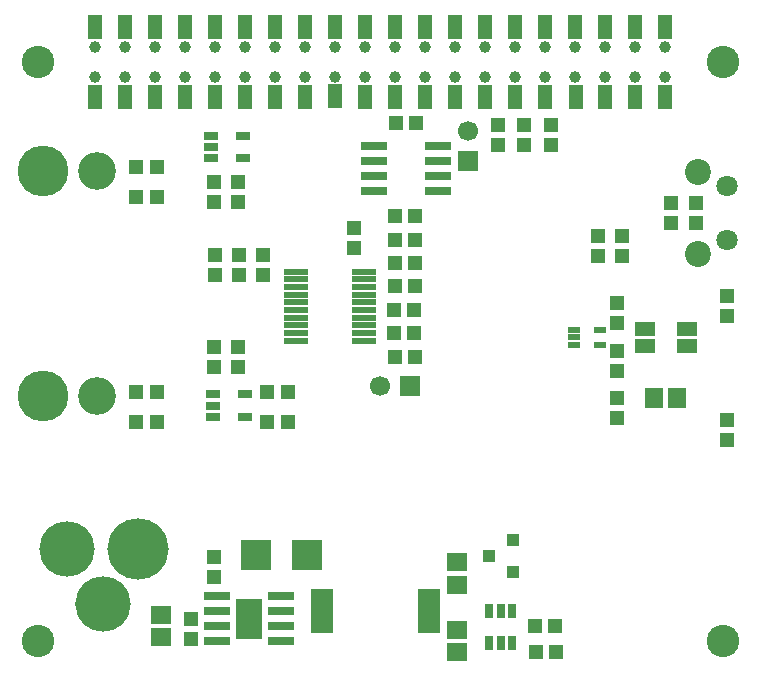
<source format=gbr>
G04 DipTrace 2.4.0.2*
%INTopMask.gbr*%
%MOIN*%
%ADD16C,0.0394*%
%ADD25R,0.0433X0.0394*%
%ADD46R,0.0433X0.0236*%
%ADD47R,0.0787X0.0236*%
%ADD57C,0.1083*%
%ADD67C,0.126*%
%ADD69C,0.2047*%
%ADD71C,0.185*%
%ADD72C,0.1693*%
%ADD75R,0.0315X0.0512*%
%ADD77R,0.0906X0.1339*%
%ADD79R,0.0866X0.0315*%
%ADD80R,0.0512X0.0315*%
%ADD82C,0.0866*%
%ADD83C,0.0709*%
%ADD86R,0.0748X0.1496*%
%ADD88O,0.185X0.0945*%
%ADD90O,0.0945X0.2047*%
%ADD92O,0.0945X0.185*%
%ADD94C,0.0669*%
%ADD96R,0.0669X0.0669*%
%ADD98R,0.048X0.0787*%
%ADD100O,0.126X0.0748*%
%ADD102O,0.0866X0.1693*%
%ADD104R,0.0669X0.0472*%
%ADD105R,0.0591X0.0669*%
%ADD107R,0.1024X0.1024*%
%ADD109R,0.0669X0.0591*%
%ADD111R,0.0472X0.0512*%
%ADD113R,0.0512X0.0472*%
%FSLAX44Y44*%
G04*
G70*
G90*
G75*
G01*
%LNTopMask*%
%LPD*%
D113*
X8610Y20105D3*
X9280D3*
X8610Y12618D3*
X9280D3*
D111*
X12000Y15113D3*
Y14443D3*
X11187Y15113D3*
Y14443D3*
X11215Y18173D3*
Y17504D3*
X12028Y18173D3*
Y17504D3*
X12840Y18173D3*
Y17504D3*
D113*
X17226Y18676D3*
X17896D3*
X17226Y19466D3*
X17895D3*
X17896Y17902D3*
X17226D3*
X12977Y12620D3*
X13647D3*
X12977Y13622D3*
X13647D3*
D111*
X11186Y20611D3*
Y19941D3*
X11999Y20611D3*
Y19941D3*
D113*
X17919Y22558D3*
X17250D3*
D109*
X9437Y6179D3*
Y5431D3*
X19312Y5687D3*
Y4939D3*
Y7187D3*
Y7935D3*
D111*
X11187Y7437D3*
Y8106D3*
X28312Y12687D3*
Y12018D3*
Y16125D3*
Y16794D3*
D107*
X14312Y8187D3*
X12580D3*
D105*
X25870Y13417D3*
X26618D3*
D104*
X26957Y15701D3*
X25579D3*
Y15150D3*
X26957D3*
D57*
X5315Y24606D3*
Y5313D3*
X28150Y24606D3*
Y5315D3*
D102*
X5511Y20980D3*
D100*
X7283D3*
D102*
X5511Y13479D3*
D100*
X7283D3*
D98*
X26232Y25758D3*
X25232D3*
X24232D3*
X23232D3*
X22232D3*
X21232D3*
X20232D3*
X19232D3*
X18232D3*
X17232D3*
X16232D3*
X15232D3*
X14232D3*
X13232D3*
X12232D3*
X11232D3*
X10232D3*
X9232D3*
X8232D3*
X7232D3*
Y23455D3*
X8232D3*
X9232D3*
X10232D3*
X11232D3*
X12232D3*
X13232D3*
X14232D3*
X15232Y23484D3*
X16232Y23455D3*
X17232D3*
X18232D3*
X19232D3*
X20232D3*
X21232D3*
X22232D3*
X23262D3*
X24232D3*
X25232D3*
X26232D3*
D16*
X7232Y24106D3*
X8232D3*
X9232D3*
X10232D3*
X11232D3*
X12232D3*
X13232D3*
X14232D3*
X15232D3*
X16232D3*
X17232D3*
X18232D3*
X19232D3*
X20232D3*
X21232D3*
X22232D3*
X23232D3*
X24232D3*
X25232D3*
X26232D3*
X23232Y25106D3*
X24232D3*
X25232D3*
X26232D3*
X7232D3*
X8232D3*
X9232D3*
X10232D3*
X11232D3*
X12232D3*
X13232D3*
X14232D3*
X15232D3*
X16232D3*
X17232D3*
X18232D3*
X19232D3*
X20232D3*
X21232D3*
X22232D3*
D96*
X19667Y21321D3*
D94*
Y22321D3*
D96*
X17722Y13806D3*
D94*
X16722D3*
D92*
X6312Y8375D3*
D90*
X8674D3*
D88*
X7493Y6524D3*
D86*
X14812Y6312D3*
X18355D3*
D25*
X20375Y8125D3*
X21162Y7593D3*
Y8656D3*
D113*
X8610Y21105D3*
X9280D3*
X8610Y13618D3*
X9280D3*
D111*
X20667Y21842D3*
Y22511D3*
X21542Y21842D3*
Y22511D3*
X22417Y21842D3*
Y22511D3*
D113*
X17894Y17123D3*
X17225D3*
X17219Y14779D3*
X17888D3*
D111*
X10437Y5375D3*
Y6044D3*
D113*
X22606Y4937D3*
X21937D3*
X22562Y5812D3*
X21893D3*
D111*
X27250Y19906D3*
Y19236D3*
X24625Y12750D3*
Y13419D3*
X26437Y19234D3*
Y19903D3*
D113*
X17875Y16344D3*
X17205D3*
X17875Y15563D3*
X17205D3*
D111*
X15875Y19062D3*
Y18393D3*
X24625Y16562D3*
Y15893D3*
Y14312D3*
Y14981D3*
X24812Y18125D3*
Y18794D3*
X24000Y18812D3*
Y18143D3*
D83*
X28312Y18688D3*
Y20457D3*
D82*
X27332Y20950D3*
X27328Y18190D3*
D47*
X13919Y17615D3*
Y17359D3*
Y17103D3*
Y16847D3*
Y16592D3*
Y16336D3*
Y16080D3*
Y15824D3*
Y15568D3*
Y15312D3*
X16203D3*
Y15568D3*
Y15824D3*
Y16080D3*
Y16336D3*
Y16592D3*
Y16847D3*
Y17103D3*
Y17359D3*
Y17615D3*
D80*
X11092Y22150D3*
Y21776D3*
Y21402D3*
X12155D3*
Y22150D3*
X11151Y13525D3*
Y13151D3*
Y12777D3*
X12214D3*
Y13525D3*
D79*
X11312Y6812D3*
Y6312D3*
Y5812D3*
Y5312D3*
X13438D3*
Y5812D3*
Y6312D3*
Y6812D3*
D77*
X12375Y6023D3*
D79*
X16544Y21808D3*
Y21308D3*
Y20808D3*
Y20308D3*
X18670D3*
Y20808D3*
Y21308D3*
Y21808D3*
D75*
X20375Y5250D3*
X20749D3*
X21123D3*
Y6312D3*
X20749D3*
X20375D3*
D46*
X23187Y15687D3*
Y15431D3*
Y15175D3*
X24053D3*
Y15687D3*
D72*
X5511Y20980D3*
X5510Y13478D3*
D71*
X6311Y8376D3*
D69*
X8677Y8374D3*
D71*
X7492Y6524D3*
D67*
X7283Y13478D3*
Y20978D3*
M02*

</source>
